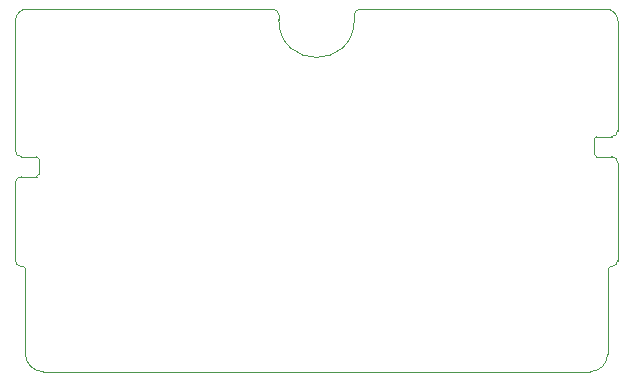
<source format=gbr>
%TF.GenerationSoftware,KiCad,Pcbnew,(6.0.2)*%
%TF.CreationDate,2022-03-12T15:23:06-05:00*%
%TF.ProjectId,MBC5_Short,4d424335-5f53-4686-9f72-742e6b696361,rev?*%
%TF.SameCoordinates,Original*%
%TF.FileFunction,Profile,NP*%
%FSLAX46Y46*%
G04 Gerber Fmt 4.6, Leading zero omitted, Abs format (unit mm)*
G04 Created by KiCad (PCBNEW (6.0.2)) date 2022-03-12 15:23:06*
%MOMM*%
%LPD*%
G01*
G04 APERTURE LIST*
%TA.AperFunction,Profile*%
%ADD10C,0.050000*%
%TD*%
G04 APERTURE END LIST*
D10*
X124500000Y-107190000D02*
G75*
G03*
X125000000Y-107690000I500001J1D01*
G01*
X124500000Y-97890000D02*
G75*
G03*
X125000000Y-98390000I500001J1D01*
G01*
X175000000Y-107690000D02*
X174850000Y-107690000D01*
X173700000Y-96690000D02*
X175000000Y-96690000D01*
X173150000Y-116590000D02*
G75*
G03*
X174650000Y-115090000I-1J1500001D01*
G01*
X173500000Y-98190000D02*
G75*
G03*
X173700000Y-98390000I200001J1D01*
G01*
X125500000Y-85890000D02*
X146300000Y-85890000D01*
X174650000Y-115090000D02*
X174650000Y-107890000D01*
X125000000Y-100090000D02*
G75*
G03*
X124500000Y-100590000I1J-500001D01*
G01*
X124500000Y-107190000D02*
X124500000Y-100590000D01*
X175500000Y-96190000D02*
X175500000Y-86890000D01*
X173500000Y-96890000D02*
X173500000Y-98190000D01*
X173700000Y-96690000D02*
G75*
G03*
X173500000Y-96890000I1J-200001D01*
G01*
X153200000Y-86390000D02*
X153200000Y-86790000D01*
X126300000Y-100090000D02*
X125000000Y-100090000D01*
X175000000Y-98390000D02*
X173700000Y-98390000D01*
X175500000Y-107190000D02*
X175500000Y-98890000D01*
X146800000Y-86390000D02*
X146800000Y-86790000D01*
X125000000Y-98390000D02*
X126300000Y-98390000D01*
X173150000Y-116590000D02*
X126850000Y-116590000D01*
X126500000Y-98590000D02*
G75*
G03*
X126300000Y-98390000I-200001J-1D01*
G01*
X146800000Y-86790000D02*
G75*
G03*
X153200000Y-86790000I3200000J0D01*
G01*
X174500000Y-85890000D02*
X153700000Y-85890000D01*
X175000000Y-96690000D02*
G75*
G03*
X175500000Y-96190000I-1J500001D01*
G01*
X175000000Y-107690000D02*
G75*
G03*
X175500000Y-107190000I-1J500001D01*
G01*
X153700000Y-85890000D02*
G75*
G03*
X153200000Y-86390000I1J-500001D01*
G01*
X126500000Y-98590000D02*
X126500000Y-99890000D01*
X125350000Y-115090000D02*
X125350000Y-107890000D01*
X175500000Y-98890000D02*
G75*
G03*
X175000000Y-98390000I-500001J-1D01*
G01*
X174850000Y-107690000D02*
G75*
G03*
X174650000Y-107890000I1J-200001D01*
G01*
X146800000Y-86390000D02*
G75*
G03*
X146300000Y-85890000I-500001J-1D01*
G01*
X125150000Y-107690000D02*
X125000000Y-107690000D01*
X175500000Y-86890000D02*
G75*
G03*
X174500000Y-85890000I-999999J1D01*
G01*
X126300000Y-100090000D02*
G75*
G03*
X126500000Y-99890000I-1J200001D01*
G01*
X124500000Y-97890000D02*
X124500000Y-86890000D01*
X125350000Y-107890000D02*
G75*
G03*
X125150000Y-107690000I-200001J-1D01*
G01*
X125500000Y-85890000D02*
G75*
G03*
X124500000Y-86890000I-1J-999999D01*
G01*
X125350000Y-115090000D02*
G75*
G03*
X126850000Y-116590000I1500001J1D01*
G01*
M02*

</source>
